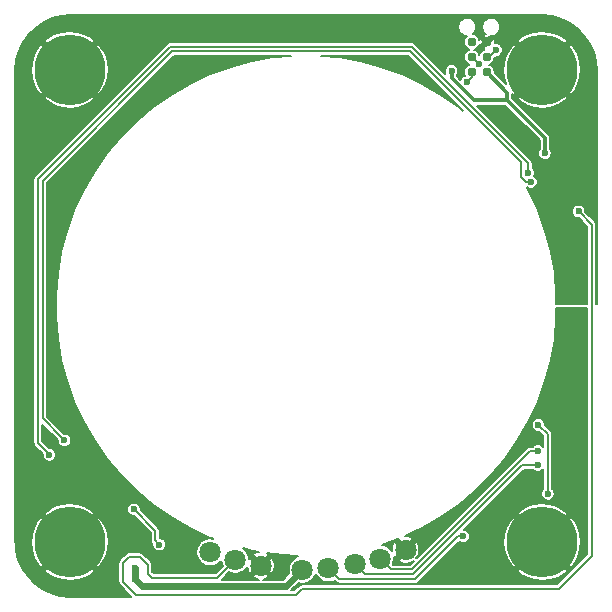
<source format=gtl>
G04 #@! TF.GenerationSoftware,KiCad,Pcbnew,5.1.5+dfsg1-2build2*
G04 #@! TF.CreationDate,2021-05-18T14:50:11+02:00*
G04 #@! TF.ProjectId,lensmount-v1.0,6c656e73-6d6f-4756-9e74-2d76312e302e,rev?*
G04 #@! TF.SameCoordinates,Original*
G04 #@! TF.FileFunction,Copper,L1,Top*
G04 #@! TF.FilePolarity,Positive*
%FSLAX46Y46*%
G04 Gerber Fmt 4.6, Leading zero omitted, Abs format (unit mm)*
G04 Created by KiCad (PCBNEW 5.1.5+dfsg1-2build2) date 2021-05-18 14:50:11*
%MOMM*%
%LPD*%
G04 APERTURE LIST*
%ADD10C,0.800000*%
%ADD11C,6.000000*%
%ADD12C,0.784860*%
%ADD13C,1.800000*%
%ADD14C,0.600000*%
%ADD15C,0.300000*%
%ADD16C,0.200000*%
%ADD17C,0.600000*%
%ADD18C,0.154000*%
G04 APERTURE END LIST*
D10*
X121590990Y-118409010D03*
X120000000Y-117750000D03*
X118409010Y-118409010D03*
X117750000Y-120000000D03*
X118409010Y-121590990D03*
X120000000Y-122250000D03*
X121590990Y-121590990D03*
X122250000Y-120000000D03*
D11*
X120000000Y-120000000D03*
D10*
X121590990Y-78409010D03*
X120000000Y-77750000D03*
X118409010Y-78409010D03*
X117750000Y-80000000D03*
X118409010Y-81590990D03*
X120000000Y-82250000D03*
X121590990Y-81590990D03*
X122250000Y-80000000D03*
D11*
X120000000Y-80000000D03*
D10*
X81590990Y-118409010D03*
X80000000Y-117750000D03*
X78409010Y-118409010D03*
X77750000Y-120000000D03*
X78409010Y-121590990D03*
X80000000Y-122250000D03*
X81590990Y-121590990D03*
X82250000Y-120000000D03*
D11*
X80000000Y-120000000D03*
D10*
X81590990Y-78409010D03*
X80000000Y-77750000D03*
X78409010Y-78409010D03*
X77750000Y-80000000D03*
X78409010Y-81590990D03*
X80000000Y-82250000D03*
X81590990Y-81590990D03*
X82250000Y-80000000D03*
D11*
X80000000Y-80000000D03*
D12*
X114040000Y-77655000D03*
X115310000Y-77655000D03*
X114040000Y-78925000D03*
X115310000Y-78925000D03*
X114040000Y-80195000D03*
X115310000Y-80195000D03*
D13*
X101900000Y-122200000D03*
X104125000Y-121875000D03*
X99700000Y-122325000D03*
X106275000Y-121400000D03*
X96175000Y-122000000D03*
X108425000Y-120650000D03*
X94000000Y-121500000D03*
X91900000Y-120850000D03*
D14*
X91875000Y-77350000D03*
X91950000Y-79775000D03*
X85425000Y-83925000D03*
X84425000Y-84550000D03*
X84925000Y-83150000D03*
X90225000Y-121450000D03*
X91975000Y-122400000D03*
X88200000Y-122125000D03*
X90125000Y-122375000D03*
X84450000Y-80825000D03*
X103750000Y-77375000D03*
X105975000Y-75850000D03*
X105600000Y-79225000D03*
X109775000Y-76975000D03*
X112325000Y-76600000D03*
X119350000Y-90350000D03*
X121175000Y-87375000D03*
X121450000Y-86025000D03*
X122875000Y-89875000D03*
X123075000Y-93225000D03*
X123100000Y-100775000D03*
X120800000Y-106825000D03*
X123050000Y-109525000D03*
X122575000Y-112875000D03*
X118125000Y-115350000D03*
X118375000Y-111275000D03*
X77600000Y-87600000D03*
X78800000Y-89600000D03*
X82000000Y-83600000D03*
X78600000Y-109000000D03*
X77200000Y-112800000D03*
X79600000Y-115600000D03*
X82200000Y-112800000D03*
X86200000Y-116600000D03*
X89200000Y-119000000D03*
X112325000Y-80100000D03*
X120225000Y-87074989D03*
X116100000Y-78325000D03*
X113300000Y-119500000D03*
X119625000Y-113475000D03*
X119625000Y-112275000D03*
X114624415Y-79496321D03*
X113600000Y-81075000D03*
X119674990Y-110075000D03*
X120475000Y-115900000D03*
X123075000Y-92000000D03*
X85500000Y-122150000D03*
X85500000Y-123100000D03*
X87575000Y-120200000D03*
X85425003Y-117224997D03*
X119050000Y-89500000D03*
X79550000Y-111375000D03*
X118800000Y-88725000D03*
X78275000Y-112600000D03*
D15*
X112325000Y-80725000D02*
X112325000Y-80100000D01*
X117050000Y-82600000D02*
X114200000Y-82600000D01*
X114200000Y-82600000D02*
X112325000Y-80725000D01*
X117050000Y-81935000D02*
X115310000Y-80195000D01*
X117050000Y-82600000D02*
X117050000Y-81935000D01*
X120225000Y-86650725D02*
X120225000Y-87074989D01*
X117050000Y-82600000D02*
X120225000Y-85775000D01*
X120225000Y-85775000D02*
X120225000Y-86650725D01*
D16*
X115500000Y-78925000D02*
X116100000Y-78325000D01*
X115310000Y-78925000D02*
X115500000Y-78925000D01*
X112875000Y-119500000D02*
X113300000Y-119500000D01*
X109250000Y-123125000D02*
X112875000Y-119500000D01*
X102825000Y-123125000D02*
X109250000Y-123125000D01*
X101900000Y-122200000D02*
X102825000Y-123125000D01*
X104125000Y-121875000D02*
X104974989Y-122724989D01*
X104974989Y-122724989D02*
X109075011Y-122724989D01*
X109075011Y-122724989D02*
X118325000Y-113475000D01*
X118325000Y-113475000D02*
X119200736Y-113475000D01*
X119200736Y-113475000D02*
X119625000Y-113475000D01*
X119200736Y-112275000D02*
X119625000Y-112275000D01*
X118959300Y-112275000D02*
X119200736Y-112275000D01*
X108934301Y-122299999D02*
X118959300Y-112275000D01*
X107174999Y-122299999D02*
X108934301Y-122299999D01*
X106275000Y-121400000D02*
X107174999Y-122299999D01*
X114611321Y-79496321D02*
X114040000Y-78925000D01*
X114624415Y-79496321D02*
X114611321Y-79496321D01*
X114040000Y-80635000D02*
X114040000Y-80195000D01*
X113600000Y-81075000D02*
X114040000Y-80635000D01*
X120475000Y-115475736D02*
X120475000Y-115900000D01*
X119674990Y-110075000D02*
X120475000Y-110875010D01*
X120475000Y-110875010D02*
X120475000Y-115475736D01*
X92500000Y-123000000D02*
X94000000Y-121500000D01*
X86950000Y-123000000D02*
X92500000Y-123000000D01*
X123075000Y-92000000D02*
X124190566Y-93115566D01*
X86600000Y-121900000D02*
X86600000Y-122650000D01*
X124190566Y-93115566D02*
X124190566Y-121159434D01*
X124190566Y-121159434D02*
X121400000Y-123950000D01*
X121400000Y-123950000D02*
X99650000Y-123950000D01*
X99650000Y-123950000D02*
X99150000Y-124450000D01*
X86600000Y-122650000D02*
X86950000Y-123000000D01*
X99150000Y-124450000D02*
X85600000Y-124450000D01*
X85600000Y-124450000D02*
X84500000Y-123350000D01*
X84500000Y-123350000D02*
X84500000Y-121725000D01*
X84500000Y-121725000D02*
X85000000Y-121225000D01*
X85000000Y-121225000D02*
X85925000Y-121225000D01*
X85925000Y-121225000D02*
X86600000Y-121900000D01*
D17*
X85799999Y-123399999D02*
X85500000Y-123100000D01*
X86150000Y-123750000D02*
X85799999Y-123399999D01*
X98275000Y-123750000D02*
X86150000Y-123750000D01*
X99700000Y-122325000D02*
X98275000Y-123750000D01*
X85500000Y-123100000D02*
X85500000Y-122150000D01*
D16*
X87225000Y-119024994D02*
X85425003Y-117224997D01*
X87225000Y-119850000D02*
X87225000Y-119024994D01*
X87575000Y-120200000D02*
X87225000Y-119850000D01*
X79250001Y-111075001D02*
X79550000Y-111375000D01*
X77700011Y-109525011D02*
X79250001Y-111075001D01*
X77700011Y-89415689D02*
X77700011Y-109525011D01*
X88665689Y-78450011D02*
X77700011Y-89415689D01*
X118193045Y-89067309D02*
X118193045Y-87843045D01*
X118625736Y-89500000D02*
X118193045Y-89067309D01*
X119050000Y-89500000D02*
X118625736Y-89500000D01*
X118193045Y-87843045D02*
X108800011Y-78450011D01*
X108800011Y-78450011D02*
X88665689Y-78450011D01*
X77975001Y-112300001D02*
X78275000Y-112600000D01*
X118800000Y-88725000D02*
X118800000Y-87884300D01*
X118800000Y-87884300D02*
X108965700Y-78050000D01*
X77300000Y-111625000D02*
X77975001Y-112300001D01*
X88500000Y-78050000D02*
X77300000Y-89250000D01*
X108965700Y-78050000D02*
X88500000Y-78050000D01*
X77300000Y-89250000D02*
X77300000Y-111625000D01*
D18*
G36*
X120814023Y-75475850D02*
G01*
X121602314Y-75691502D01*
X122339966Y-76043344D01*
X123003641Y-76520243D01*
X123572384Y-77107140D01*
X124028208Y-77785477D01*
X124356701Y-78533808D01*
X124548044Y-79330809D01*
X124598000Y-80011075D01*
X124598000Y-99823000D01*
X124567566Y-99823000D01*
X124567566Y-93134085D01*
X124569390Y-93115566D01*
X124562111Y-93041660D01*
X124540554Y-92970596D01*
X124505547Y-92905103D01*
X124470240Y-92862081D01*
X124470238Y-92862079D01*
X124458435Y-92847697D01*
X124444054Y-92835895D01*
X123652000Y-92043842D01*
X123652000Y-91943170D01*
X123629826Y-91831695D01*
X123586331Y-91726688D01*
X123523185Y-91632184D01*
X123442816Y-91551815D01*
X123348312Y-91488669D01*
X123243305Y-91445174D01*
X123131830Y-91423000D01*
X123018170Y-91423000D01*
X122906695Y-91445174D01*
X122801688Y-91488669D01*
X122707184Y-91551815D01*
X122626815Y-91632184D01*
X122563669Y-91726688D01*
X122520174Y-91831695D01*
X122498000Y-91943170D01*
X122498000Y-92056830D01*
X122520174Y-92168305D01*
X122563669Y-92273312D01*
X122626815Y-92367816D01*
X122707184Y-92448185D01*
X122801688Y-92511331D01*
X122906695Y-92554826D01*
X123018170Y-92577000D01*
X123118842Y-92577000D01*
X123813566Y-93271725D01*
X123813566Y-99823000D01*
X121201801Y-99823000D01*
X121201801Y-99074309D01*
X121040443Y-97229973D01*
X120718954Y-95406719D01*
X120239781Y-93618422D01*
X119606571Y-91878692D01*
X118824144Y-90200771D01*
X118673026Y-89939027D01*
X118682184Y-89948185D01*
X118776688Y-90011331D01*
X118881695Y-90054826D01*
X118993170Y-90077000D01*
X119106830Y-90077000D01*
X119218305Y-90054826D01*
X119323312Y-90011331D01*
X119417816Y-89948185D01*
X119498185Y-89867816D01*
X119561331Y-89773312D01*
X119604826Y-89668305D01*
X119627000Y-89556830D01*
X119627000Y-89443170D01*
X119604826Y-89331695D01*
X119561331Y-89226688D01*
X119498185Y-89132184D01*
X119417816Y-89051815D01*
X119323312Y-88988669D01*
X119316495Y-88985845D01*
X119354826Y-88893305D01*
X119377000Y-88781830D01*
X119377000Y-88668170D01*
X119354826Y-88556695D01*
X119311331Y-88451688D01*
X119248185Y-88357184D01*
X119177000Y-88285999D01*
X119177000Y-87902808D01*
X119178823Y-87884299D01*
X119177000Y-87865790D01*
X119177000Y-87865781D01*
X119171545Y-87810395D01*
X119149988Y-87739330D01*
X119114981Y-87673837D01*
X119067869Y-87616431D01*
X119053481Y-87604623D01*
X114475858Y-83027000D01*
X116873132Y-83027000D01*
X119798000Y-85951869D01*
X119798001Y-86629738D01*
X119798000Y-86629748D01*
X119798000Y-86685988D01*
X119776815Y-86707173D01*
X119713669Y-86801677D01*
X119670174Y-86906684D01*
X119648000Y-87018159D01*
X119648000Y-87131819D01*
X119670174Y-87243294D01*
X119713669Y-87348301D01*
X119776815Y-87442805D01*
X119857184Y-87523174D01*
X119951688Y-87586320D01*
X120056695Y-87629815D01*
X120168170Y-87651989D01*
X120281830Y-87651989D01*
X120393305Y-87629815D01*
X120498312Y-87586320D01*
X120592816Y-87523174D01*
X120673185Y-87442805D01*
X120736331Y-87348301D01*
X120779826Y-87243294D01*
X120802000Y-87131819D01*
X120802000Y-87018159D01*
X120779826Y-86906684D01*
X120736331Y-86801677D01*
X120673185Y-86707173D01*
X120652000Y-86685988D01*
X120652000Y-85795966D01*
X120654065Y-85774999D01*
X120652000Y-85754032D01*
X120652000Y-85754022D01*
X120645822Y-85691293D01*
X120621405Y-85610804D01*
X120581756Y-85536625D01*
X120581755Y-85536623D01*
X120541768Y-85487899D01*
X120541764Y-85487895D01*
X120528395Y-85471605D01*
X120512106Y-85458237D01*
X117477000Y-82423132D01*
X117477000Y-82398478D01*
X117846181Y-82398478D01*
X118207141Y-82761984D01*
X118780427Y-83058682D01*
X119400581Y-83237837D01*
X120043769Y-83292564D01*
X120685276Y-83220760D01*
X121300447Y-83025182D01*
X121792859Y-82761984D01*
X122153819Y-82398478D01*
X120000000Y-80244659D01*
X117846181Y-82398478D01*
X117477000Y-82398478D01*
X117477000Y-82030169D01*
X117601522Y-82153819D01*
X119755341Y-80000000D01*
X120244659Y-80000000D01*
X122398478Y-82153819D01*
X122761984Y-81792859D01*
X123058682Y-81219573D01*
X123237837Y-80599419D01*
X123292564Y-79956231D01*
X123220760Y-79314724D01*
X123025182Y-78699553D01*
X122761984Y-78207141D01*
X122398478Y-77846181D01*
X120244659Y-80000000D01*
X119755341Y-80000000D01*
X117601522Y-77846181D01*
X117238016Y-78207141D01*
X116941318Y-78780427D01*
X116762163Y-79400581D01*
X116707436Y-80043769D01*
X116779240Y-80685276D01*
X116954077Y-81235208D01*
X115979430Y-80260562D01*
X115979430Y-80129067D01*
X115953704Y-79999734D01*
X115903241Y-79877906D01*
X115829980Y-79768263D01*
X115736737Y-79675020D01*
X115627094Y-79601759D01*
X115526279Y-79560000D01*
X115627094Y-79518241D01*
X115736737Y-79444980D01*
X115829980Y-79351737D01*
X115903241Y-79242094D01*
X115953704Y-79120266D01*
X115979430Y-78990933D01*
X115979430Y-78978728D01*
X116056158Y-78902000D01*
X116156830Y-78902000D01*
X116268305Y-78879826D01*
X116373312Y-78836331D01*
X116467816Y-78773185D01*
X116548185Y-78692816D01*
X116611331Y-78598312D01*
X116654826Y-78493305D01*
X116677000Y-78381830D01*
X116677000Y-78268170D01*
X116654826Y-78156695D01*
X116611331Y-78051688D01*
X116548185Y-77957184D01*
X116467816Y-77876815D01*
X116373312Y-77813669D01*
X116268305Y-77770174D01*
X116156830Y-77748000D01*
X116043170Y-77748000D01*
X115973362Y-77761886D01*
X115982468Y-77638529D01*
X115977906Y-77601522D01*
X117846181Y-77601522D01*
X120000000Y-79755341D01*
X122153819Y-77601522D01*
X121792859Y-77238016D01*
X121219573Y-76941318D01*
X120599419Y-76762163D01*
X119956231Y-76707436D01*
X119314724Y-76779240D01*
X118699553Y-76974818D01*
X118207141Y-77238016D01*
X117846181Y-77601522D01*
X115977906Y-77601522D01*
X115966333Y-77507654D01*
X115937582Y-77412875D01*
X115841099Y-77368560D01*
X115554659Y-77655000D01*
X115568801Y-77669142D01*
X115324142Y-77913801D01*
X115310000Y-77899659D01*
X115023560Y-78186099D01*
X115067875Y-78282582D01*
X115094103Y-78289842D01*
X114992906Y-78331759D01*
X114883263Y-78405020D01*
X114790020Y-78498263D01*
X114716759Y-78607906D01*
X114675000Y-78708721D01*
X114633241Y-78607906D01*
X114559980Y-78498263D01*
X114466737Y-78405020D01*
X114357094Y-78331759D01*
X114256279Y-78290000D01*
X114357094Y-78248241D01*
X114466737Y-78174980D01*
X114559980Y-78081737D01*
X114633241Y-77972094D01*
X114674756Y-77871868D01*
X114682418Y-77897125D01*
X114778901Y-77941440D01*
X115065341Y-77655000D01*
X114778901Y-77368560D01*
X114682418Y-77412875D01*
X114675158Y-77439103D01*
X114633241Y-77337906D01*
X114559980Y-77228263D01*
X114466737Y-77135020D01*
X114357094Y-77061759D01*
X114235266Y-77011296D01*
X114136590Y-76991668D01*
X114149694Y-76982912D01*
X114256912Y-76875694D01*
X114341153Y-76749618D01*
X114399179Y-76609531D01*
X114428760Y-76460815D01*
X114428760Y-76309185D01*
X114921240Y-76309185D01*
X114921240Y-76460815D01*
X114950821Y-76609531D01*
X115008847Y-76749618D01*
X115093088Y-76875694D01*
X115200306Y-76982912D01*
X115214347Y-76992294D01*
X115162654Y-76998667D01*
X115067875Y-77027418D01*
X115023560Y-77123901D01*
X115310000Y-77410341D01*
X115573811Y-77146530D01*
X115615185Y-77154760D01*
X115766815Y-77154760D01*
X115915531Y-77125179D01*
X116055618Y-77067153D01*
X116181694Y-76982912D01*
X116288912Y-76875694D01*
X116373153Y-76749618D01*
X116431179Y-76609531D01*
X116460760Y-76460815D01*
X116460760Y-76309185D01*
X116431179Y-76160469D01*
X116373153Y-76020382D01*
X116288912Y-75894306D01*
X116181694Y-75787088D01*
X116055618Y-75702847D01*
X115915531Y-75644821D01*
X115766815Y-75615240D01*
X115615185Y-75615240D01*
X115466469Y-75644821D01*
X115326382Y-75702847D01*
X115200306Y-75787088D01*
X115093088Y-75894306D01*
X115008847Y-76020382D01*
X114950821Y-76160469D01*
X114921240Y-76309185D01*
X114428760Y-76309185D01*
X114399179Y-76160469D01*
X114341153Y-76020382D01*
X114256912Y-75894306D01*
X114149694Y-75787088D01*
X114023618Y-75702847D01*
X113883531Y-75644821D01*
X113734815Y-75615240D01*
X113583185Y-75615240D01*
X113434469Y-75644821D01*
X113294382Y-75702847D01*
X113168306Y-75787088D01*
X113061088Y-75894306D01*
X112976847Y-76020382D01*
X112918821Y-76160469D01*
X112889240Y-76309185D01*
X112889240Y-76460815D01*
X112918821Y-76609531D01*
X112976847Y-76749618D01*
X113061088Y-76875694D01*
X113168306Y-76982912D01*
X113294382Y-77067153D01*
X113434469Y-77125179D01*
X113583185Y-77154760D01*
X113593523Y-77154760D01*
X113520020Y-77228263D01*
X113446759Y-77337906D01*
X113396296Y-77459734D01*
X113370570Y-77589067D01*
X113370570Y-77720933D01*
X113396296Y-77850266D01*
X113446759Y-77972094D01*
X113520020Y-78081737D01*
X113613263Y-78174980D01*
X113722906Y-78248241D01*
X113823721Y-78290000D01*
X113722906Y-78331759D01*
X113613263Y-78405020D01*
X113520020Y-78498263D01*
X113446759Y-78607906D01*
X113396296Y-78729734D01*
X113370570Y-78859067D01*
X113370570Y-78990933D01*
X113396296Y-79120266D01*
X113446759Y-79242094D01*
X113520020Y-79351737D01*
X113613263Y-79444980D01*
X113722906Y-79518241D01*
X113823721Y-79560000D01*
X113722906Y-79601759D01*
X113613263Y-79675020D01*
X113520020Y-79768263D01*
X113446759Y-79877906D01*
X113396296Y-79999734D01*
X113370570Y-80129067D01*
X113370570Y-80260933D01*
X113396296Y-80390266D01*
X113446759Y-80512094D01*
X113449757Y-80516581D01*
X113431695Y-80520174D01*
X113326688Y-80563669D01*
X113232184Y-80626815D01*
X113151815Y-80707184D01*
X113088669Y-80801688D01*
X113064326Y-80860458D01*
X112752000Y-80548132D01*
X112752000Y-80489001D01*
X112773185Y-80467816D01*
X112836331Y-80373312D01*
X112879826Y-80268305D01*
X112902000Y-80156830D01*
X112902000Y-80043170D01*
X112879826Y-79931695D01*
X112836331Y-79826688D01*
X112773185Y-79732184D01*
X112692816Y-79651815D01*
X112598312Y-79588669D01*
X112493305Y-79545174D01*
X112381830Y-79523000D01*
X112268170Y-79523000D01*
X112156695Y-79545174D01*
X112051688Y-79588669D01*
X111957184Y-79651815D01*
X111876815Y-79732184D01*
X111813669Y-79826688D01*
X111770174Y-79931695D01*
X111748000Y-80043170D01*
X111748000Y-80156830D01*
X111770174Y-80268305D01*
X111807658Y-80358800D01*
X109245377Y-77796519D01*
X109233569Y-77782131D01*
X109176163Y-77735019D01*
X109110670Y-77700012D01*
X109039605Y-77678455D01*
X108984219Y-77673000D01*
X108984212Y-77673000D01*
X108965700Y-77671177D01*
X108947188Y-77673000D01*
X88518519Y-77673000D01*
X88500000Y-77671176D01*
X88426094Y-77678455D01*
X88414652Y-77681926D01*
X88355030Y-77700012D01*
X88289537Y-77735019D01*
X88289535Y-77735020D01*
X88289536Y-77735020D01*
X88246701Y-77770174D01*
X88232131Y-77782131D01*
X88220328Y-77796513D01*
X77046519Y-88970323D01*
X77032131Y-88982131D01*
X76985019Y-89039538D01*
X76960277Y-89085827D01*
X76950012Y-89105031D01*
X76932669Y-89162205D01*
X76928455Y-89176096D01*
X76923000Y-89231482D01*
X76923000Y-89231488D01*
X76921177Y-89250000D01*
X76923000Y-89268512D01*
X76923001Y-111606478D01*
X76921177Y-111625000D01*
X76928455Y-111698905D01*
X76950012Y-111769969D01*
X76985020Y-111835463D01*
X77020326Y-111878484D01*
X77020329Y-111878487D01*
X77032132Y-111892869D01*
X77046514Y-111904672D01*
X77698000Y-112556159D01*
X77698000Y-112656830D01*
X77720174Y-112768305D01*
X77763669Y-112873312D01*
X77826815Y-112967816D01*
X77907184Y-113048185D01*
X78001688Y-113111331D01*
X78106695Y-113154826D01*
X78218170Y-113177000D01*
X78331830Y-113177000D01*
X78443305Y-113154826D01*
X78548312Y-113111331D01*
X78642816Y-113048185D01*
X78723185Y-112967816D01*
X78786331Y-112873312D01*
X78829826Y-112768305D01*
X78852000Y-112656830D01*
X78852000Y-112543170D01*
X78829826Y-112431695D01*
X78786331Y-112326688D01*
X78723185Y-112232184D01*
X78642816Y-112151815D01*
X78548312Y-112088669D01*
X78443305Y-112045174D01*
X78331830Y-112023000D01*
X78231159Y-112023000D01*
X77677000Y-111468842D01*
X77677000Y-110035158D01*
X78973000Y-111331159D01*
X78973000Y-111431830D01*
X78995174Y-111543305D01*
X79038669Y-111648312D01*
X79101815Y-111742816D01*
X79182184Y-111823185D01*
X79276688Y-111886331D01*
X79381695Y-111929826D01*
X79493170Y-111952000D01*
X79606830Y-111952000D01*
X79718305Y-111929826D01*
X79823312Y-111886331D01*
X79917816Y-111823185D01*
X79998185Y-111742816D01*
X80061331Y-111648312D01*
X80104826Y-111543305D01*
X80127000Y-111431830D01*
X80127000Y-111318170D01*
X80104826Y-111206695D01*
X80061331Y-111101688D01*
X79998185Y-111007184D01*
X79917816Y-110926815D01*
X79823312Y-110863669D01*
X79718305Y-110820174D01*
X79606830Y-110798000D01*
X79506159Y-110798000D01*
X78077011Y-109368853D01*
X78077011Y-89571847D01*
X88821848Y-78827011D01*
X98744985Y-78827011D01*
X97229973Y-78959557D01*
X95406719Y-79281046D01*
X93618422Y-79760219D01*
X91878692Y-80393429D01*
X90200771Y-81175856D01*
X88597428Y-82101547D01*
X87080865Y-83163455D01*
X85662625Y-84353500D01*
X84353500Y-85662625D01*
X83163455Y-87080865D01*
X82101547Y-88597428D01*
X81175856Y-90200771D01*
X80393429Y-91878692D01*
X79760219Y-93618422D01*
X79281046Y-95406719D01*
X78959557Y-97229973D01*
X78798199Y-99074309D01*
X78798199Y-100925691D01*
X78959557Y-102770027D01*
X79281046Y-104593281D01*
X79760219Y-106381578D01*
X80393429Y-108121308D01*
X81175856Y-109799229D01*
X82101547Y-111402572D01*
X83163455Y-112919135D01*
X84353500Y-114337375D01*
X85662625Y-115646500D01*
X87080865Y-116836545D01*
X88597428Y-117898453D01*
X90200771Y-118824144D01*
X91878692Y-119606571D01*
X92115770Y-119692860D01*
X92015924Y-119673000D01*
X91784076Y-119673000D01*
X91556682Y-119718231D01*
X91342481Y-119806956D01*
X91149706Y-119935764D01*
X90985764Y-120099706D01*
X90856956Y-120292481D01*
X90768231Y-120506682D01*
X90723000Y-120734076D01*
X90723000Y-120965924D01*
X90768231Y-121193318D01*
X90856956Y-121407519D01*
X90985764Y-121600294D01*
X91149706Y-121764236D01*
X91342481Y-121893044D01*
X91556682Y-121981769D01*
X91784076Y-122027000D01*
X92015924Y-122027000D01*
X92243318Y-121981769D01*
X92457519Y-121893044D01*
X92650294Y-121764236D01*
X92814236Y-121600294D01*
X92823000Y-121587178D01*
X92823000Y-121615924D01*
X92868231Y-121843318D01*
X92943005Y-122023837D01*
X92343842Y-122623000D01*
X87106159Y-122623000D01*
X86977000Y-122493842D01*
X86977000Y-121918508D01*
X86978823Y-121899999D01*
X86977000Y-121881490D01*
X86977000Y-121881481D01*
X86971545Y-121826095D01*
X86949988Y-121755030D01*
X86914981Y-121689537D01*
X86883930Y-121651701D01*
X86879674Y-121646515D01*
X86879672Y-121646513D01*
X86867869Y-121632131D01*
X86853488Y-121620329D01*
X86204677Y-120971519D01*
X86192869Y-120957131D01*
X86135463Y-120910019D01*
X86069970Y-120875012D01*
X85998905Y-120853455D01*
X85943519Y-120848000D01*
X85943512Y-120848000D01*
X85925000Y-120846177D01*
X85906488Y-120848000D01*
X85018519Y-120848000D01*
X85000000Y-120846176D01*
X84926094Y-120853455D01*
X84866634Y-120871492D01*
X84855030Y-120875012D01*
X84789537Y-120910019D01*
X84732131Y-120957131D01*
X84720328Y-120971513D01*
X84246514Y-121445328D01*
X84232132Y-121457131D01*
X84220329Y-121471513D01*
X84220326Y-121471516D01*
X84185020Y-121514537D01*
X84150012Y-121580031D01*
X84128455Y-121651095D01*
X84121177Y-121725000D01*
X84123001Y-121743522D01*
X84123000Y-123331488D01*
X84121177Y-123350000D01*
X84123000Y-123368512D01*
X84123000Y-123368518D01*
X84126101Y-123399999D01*
X84128455Y-123423905D01*
X84138424Y-123456769D01*
X84150012Y-123494969D01*
X84185019Y-123560462D01*
X84232131Y-123617869D01*
X84246519Y-123629677D01*
X85214841Y-124598000D01*
X80013435Y-124598000D01*
X79185977Y-124524151D01*
X78397688Y-124308500D01*
X77660037Y-123956658D01*
X76996359Y-123479758D01*
X76427616Y-122892861D01*
X76095405Y-122398478D01*
X77846181Y-122398478D01*
X78207141Y-122761984D01*
X78780427Y-123058682D01*
X79400581Y-123237837D01*
X80043769Y-123292564D01*
X80685276Y-123220760D01*
X81300447Y-123025182D01*
X81792859Y-122761984D01*
X82153819Y-122398478D01*
X80000000Y-120244659D01*
X77846181Y-122398478D01*
X76095405Y-122398478D01*
X75971792Y-122214523D01*
X75643300Y-121466196D01*
X75451956Y-120669191D01*
X75406028Y-120043769D01*
X76707436Y-120043769D01*
X76779240Y-120685276D01*
X76974818Y-121300447D01*
X77238016Y-121792859D01*
X77601522Y-122153819D01*
X79755341Y-120000000D01*
X80244659Y-120000000D01*
X82398478Y-122153819D01*
X82761984Y-121792859D01*
X83058682Y-121219573D01*
X83237837Y-120599419D01*
X83292564Y-119956231D01*
X83220760Y-119314724D01*
X83025182Y-118699553D01*
X82761984Y-118207141D01*
X82398478Y-117846181D01*
X80244659Y-120000000D01*
X79755341Y-120000000D01*
X77601522Y-117846181D01*
X77238016Y-118207141D01*
X76941318Y-118780427D01*
X76762163Y-119400581D01*
X76707436Y-120043769D01*
X75406028Y-120043769D01*
X75402000Y-119988926D01*
X75402000Y-117601522D01*
X77846181Y-117601522D01*
X80000000Y-119755341D01*
X82153819Y-117601522D01*
X81792859Y-117238016D01*
X81657896Y-117168167D01*
X84848003Y-117168167D01*
X84848003Y-117281827D01*
X84870177Y-117393302D01*
X84913672Y-117498309D01*
X84976818Y-117592813D01*
X85057187Y-117673182D01*
X85151691Y-117736328D01*
X85256698Y-117779823D01*
X85368173Y-117801997D01*
X85468845Y-117801997D01*
X86848001Y-119181154D01*
X86848000Y-119831488D01*
X86846177Y-119850000D01*
X86848000Y-119868512D01*
X86848000Y-119868518D01*
X86852698Y-119916221D01*
X86853455Y-119923905D01*
X86857961Y-119938758D01*
X86875012Y-119994969D01*
X86910019Y-120060462D01*
X86957131Y-120117869D01*
X86971518Y-120129676D01*
X86998000Y-120156158D01*
X86998000Y-120256830D01*
X87020174Y-120368305D01*
X87063669Y-120473312D01*
X87126815Y-120567816D01*
X87207184Y-120648185D01*
X87301688Y-120711331D01*
X87406695Y-120754826D01*
X87518170Y-120777000D01*
X87631830Y-120777000D01*
X87743305Y-120754826D01*
X87848312Y-120711331D01*
X87942816Y-120648185D01*
X88023185Y-120567816D01*
X88086331Y-120473312D01*
X88129826Y-120368305D01*
X88152000Y-120256830D01*
X88152000Y-120143170D01*
X88129826Y-120031695D01*
X88086331Y-119926688D01*
X88023185Y-119832184D01*
X87942816Y-119751815D01*
X87848312Y-119688669D01*
X87743305Y-119645174D01*
X87631830Y-119623000D01*
X87602000Y-119623000D01*
X87602000Y-119043502D01*
X87603823Y-119024993D01*
X87602000Y-119006484D01*
X87602000Y-119006475D01*
X87596545Y-118951089D01*
X87574988Y-118880024D01*
X87539981Y-118814531D01*
X87492869Y-118757125D01*
X87478487Y-118745322D01*
X86002003Y-117268839D01*
X86002003Y-117168167D01*
X85979829Y-117056692D01*
X85936334Y-116951685D01*
X85873188Y-116857181D01*
X85792819Y-116776812D01*
X85698315Y-116713666D01*
X85593308Y-116670171D01*
X85481833Y-116647997D01*
X85368173Y-116647997D01*
X85256698Y-116670171D01*
X85151691Y-116713666D01*
X85057187Y-116776812D01*
X84976818Y-116857181D01*
X84913672Y-116951685D01*
X84870177Y-117056692D01*
X84848003Y-117168167D01*
X81657896Y-117168167D01*
X81219573Y-116941318D01*
X80599419Y-116762163D01*
X79956231Y-116707436D01*
X79314724Y-116779240D01*
X78699553Y-116974818D01*
X78207141Y-117238016D01*
X77846181Y-117601522D01*
X75402000Y-117601522D01*
X75402000Y-82398478D01*
X77846181Y-82398478D01*
X78207141Y-82761984D01*
X78780427Y-83058682D01*
X79400581Y-83237837D01*
X80043769Y-83292564D01*
X80685276Y-83220760D01*
X81300447Y-83025182D01*
X81792859Y-82761984D01*
X82153819Y-82398478D01*
X80000000Y-80244659D01*
X77846181Y-82398478D01*
X75402000Y-82398478D01*
X75402000Y-80043769D01*
X76707436Y-80043769D01*
X76779240Y-80685276D01*
X76974818Y-81300447D01*
X77238016Y-81792859D01*
X77601522Y-82153819D01*
X79755341Y-80000000D01*
X80244659Y-80000000D01*
X82398478Y-82153819D01*
X82761984Y-81792859D01*
X83058682Y-81219573D01*
X83237837Y-80599419D01*
X83292564Y-79956231D01*
X83220760Y-79314724D01*
X83025182Y-78699553D01*
X82761984Y-78207141D01*
X82398478Y-77846181D01*
X80244659Y-80000000D01*
X79755341Y-80000000D01*
X77601522Y-77846181D01*
X77238016Y-78207141D01*
X76941318Y-78780427D01*
X76762163Y-79400581D01*
X76707436Y-80043769D01*
X75402000Y-80043769D01*
X75402000Y-80013445D01*
X75475850Y-79185977D01*
X75691502Y-78397686D01*
X76043344Y-77660034D01*
X76085389Y-77601522D01*
X77846181Y-77601522D01*
X80000000Y-79755341D01*
X82153819Y-77601522D01*
X81792859Y-77238016D01*
X81219573Y-76941318D01*
X80599419Y-76762163D01*
X79956231Y-76707436D01*
X79314724Y-76779240D01*
X78699553Y-76974818D01*
X78207141Y-77238016D01*
X77846181Y-77601522D01*
X76085389Y-77601522D01*
X76520243Y-76996359D01*
X77107140Y-76427616D01*
X77785477Y-75971792D01*
X78533808Y-75643299D01*
X79330809Y-75451956D01*
X80011075Y-75402000D01*
X119986555Y-75402000D01*
X120814023Y-75475850D01*
G37*
X120814023Y-75475850D02*
X121602314Y-75691502D01*
X122339966Y-76043344D01*
X123003641Y-76520243D01*
X123572384Y-77107140D01*
X124028208Y-77785477D01*
X124356701Y-78533808D01*
X124548044Y-79330809D01*
X124598000Y-80011075D01*
X124598000Y-99823000D01*
X124567566Y-99823000D01*
X124567566Y-93134085D01*
X124569390Y-93115566D01*
X124562111Y-93041660D01*
X124540554Y-92970596D01*
X124505547Y-92905103D01*
X124470240Y-92862081D01*
X124470238Y-92862079D01*
X124458435Y-92847697D01*
X124444054Y-92835895D01*
X123652000Y-92043842D01*
X123652000Y-91943170D01*
X123629826Y-91831695D01*
X123586331Y-91726688D01*
X123523185Y-91632184D01*
X123442816Y-91551815D01*
X123348312Y-91488669D01*
X123243305Y-91445174D01*
X123131830Y-91423000D01*
X123018170Y-91423000D01*
X122906695Y-91445174D01*
X122801688Y-91488669D01*
X122707184Y-91551815D01*
X122626815Y-91632184D01*
X122563669Y-91726688D01*
X122520174Y-91831695D01*
X122498000Y-91943170D01*
X122498000Y-92056830D01*
X122520174Y-92168305D01*
X122563669Y-92273312D01*
X122626815Y-92367816D01*
X122707184Y-92448185D01*
X122801688Y-92511331D01*
X122906695Y-92554826D01*
X123018170Y-92577000D01*
X123118842Y-92577000D01*
X123813566Y-93271725D01*
X123813566Y-99823000D01*
X121201801Y-99823000D01*
X121201801Y-99074309D01*
X121040443Y-97229973D01*
X120718954Y-95406719D01*
X120239781Y-93618422D01*
X119606571Y-91878692D01*
X118824144Y-90200771D01*
X118673026Y-89939027D01*
X118682184Y-89948185D01*
X118776688Y-90011331D01*
X118881695Y-90054826D01*
X118993170Y-90077000D01*
X119106830Y-90077000D01*
X119218305Y-90054826D01*
X119323312Y-90011331D01*
X119417816Y-89948185D01*
X119498185Y-89867816D01*
X119561331Y-89773312D01*
X119604826Y-89668305D01*
X119627000Y-89556830D01*
X119627000Y-89443170D01*
X119604826Y-89331695D01*
X119561331Y-89226688D01*
X119498185Y-89132184D01*
X119417816Y-89051815D01*
X119323312Y-88988669D01*
X119316495Y-88985845D01*
X119354826Y-88893305D01*
X119377000Y-88781830D01*
X119377000Y-88668170D01*
X119354826Y-88556695D01*
X119311331Y-88451688D01*
X119248185Y-88357184D01*
X119177000Y-88285999D01*
X119177000Y-87902808D01*
X119178823Y-87884299D01*
X119177000Y-87865790D01*
X119177000Y-87865781D01*
X119171545Y-87810395D01*
X119149988Y-87739330D01*
X119114981Y-87673837D01*
X119067869Y-87616431D01*
X119053481Y-87604623D01*
X114475858Y-83027000D01*
X116873132Y-83027000D01*
X119798000Y-85951869D01*
X119798001Y-86629738D01*
X119798000Y-86629748D01*
X119798000Y-86685988D01*
X119776815Y-86707173D01*
X119713669Y-86801677D01*
X119670174Y-86906684D01*
X119648000Y-87018159D01*
X119648000Y-87131819D01*
X119670174Y-87243294D01*
X119713669Y-87348301D01*
X119776815Y-87442805D01*
X119857184Y-87523174D01*
X119951688Y-87586320D01*
X120056695Y-87629815D01*
X120168170Y-87651989D01*
X120281830Y-87651989D01*
X120393305Y-87629815D01*
X120498312Y-87586320D01*
X120592816Y-87523174D01*
X120673185Y-87442805D01*
X120736331Y-87348301D01*
X120779826Y-87243294D01*
X120802000Y-87131819D01*
X120802000Y-87018159D01*
X120779826Y-86906684D01*
X120736331Y-86801677D01*
X120673185Y-86707173D01*
X120652000Y-86685988D01*
X120652000Y-85795966D01*
X120654065Y-85774999D01*
X120652000Y-85754032D01*
X120652000Y-85754022D01*
X120645822Y-85691293D01*
X120621405Y-85610804D01*
X120581756Y-85536625D01*
X120581755Y-85536623D01*
X120541768Y-85487899D01*
X120541764Y-85487895D01*
X120528395Y-85471605D01*
X120512106Y-85458237D01*
X117477000Y-82423132D01*
X117477000Y-82398478D01*
X117846181Y-82398478D01*
X118207141Y-82761984D01*
X118780427Y-83058682D01*
X119400581Y-83237837D01*
X120043769Y-83292564D01*
X120685276Y-83220760D01*
X121300447Y-83025182D01*
X121792859Y-82761984D01*
X122153819Y-82398478D01*
X120000000Y-80244659D01*
X117846181Y-82398478D01*
X117477000Y-82398478D01*
X117477000Y-82030169D01*
X117601522Y-82153819D01*
X119755341Y-80000000D01*
X120244659Y-80000000D01*
X122398478Y-82153819D01*
X122761984Y-81792859D01*
X123058682Y-81219573D01*
X123237837Y-80599419D01*
X123292564Y-79956231D01*
X123220760Y-79314724D01*
X123025182Y-78699553D01*
X122761984Y-78207141D01*
X122398478Y-77846181D01*
X120244659Y-80000000D01*
X119755341Y-80000000D01*
X117601522Y-77846181D01*
X117238016Y-78207141D01*
X116941318Y-78780427D01*
X116762163Y-79400581D01*
X116707436Y-80043769D01*
X116779240Y-80685276D01*
X116954077Y-81235208D01*
X115979430Y-80260562D01*
X115979430Y-80129067D01*
X115953704Y-79999734D01*
X115903241Y-79877906D01*
X115829980Y-79768263D01*
X115736737Y-79675020D01*
X115627094Y-79601759D01*
X115526279Y-79560000D01*
X115627094Y-79518241D01*
X115736737Y-79444980D01*
X115829980Y-79351737D01*
X115903241Y-79242094D01*
X115953704Y-79120266D01*
X115979430Y-78990933D01*
X115979430Y-78978728D01*
X116056158Y-78902000D01*
X116156830Y-78902000D01*
X116268305Y-78879826D01*
X116373312Y-78836331D01*
X116467816Y-78773185D01*
X116548185Y-78692816D01*
X116611331Y-78598312D01*
X116654826Y-78493305D01*
X116677000Y-78381830D01*
X116677000Y-78268170D01*
X116654826Y-78156695D01*
X116611331Y-78051688D01*
X116548185Y-77957184D01*
X116467816Y-77876815D01*
X116373312Y-77813669D01*
X116268305Y-77770174D01*
X116156830Y-77748000D01*
X116043170Y-77748000D01*
X115973362Y-77761886D01*
X115982468Y-77638529D01*
X115977906Y-77601522D01*
X117846181Y-77601522D01*
X120000000Y-79755341D01*
X122153819Y-77601522D01*
X121792859Y-77238016D01*
X121219573Y-76941318D01*
X120599419Y-76762163D01*
X119956231Y-76707436D01*
X119314724Y-76779240D01*
X118699553Y-76974818D01*
X118207141Y-77238016D01*
X117846181Y-77601522D01*
X115977906Y-77601522D01*
X115966333Y-77507654D01*
X115937582Y-77412875D01*
X115841099Y-77368560D01*
X115554659Y-77655000D01*
X115568801Y-77669142D01*
X115324142Y-77913801D01*
X115310000Y-77899659D01*
X115023560Y-78186099D01*
X115067875Y-78282582D01*
X115094103Y-78289842D01*
X114992906Y-78331759D01*
X114883263Y-78405020D01*
X114790020Y-78498263D01*
X114716759Y-78607906D01*
X114675000Y-78708721D01*
X114633241Y-78607906D01*
X114559980Y-78498263D01*
X114466737Y-78405020D01*
X114357094Y-78331759D01*
X114256279Y-78290000D01*
X114357094Y-78248241D01*
X114466737Y-78174980D01*
X114559980Y-78081737D01*
X114633241Y-77972094D01*
X114674756Y-77871868D01*
X114682418Y-77897125D01*
X114778901Y-77941440D01*
X115065341Y-77655000D01*
X114778901Y-77368560D01*
X114682418Y-77412875D01*
X114675158Y-77439103D01*
X114633241Y-77337906D01*
X114559980Y-77228263D01*
X114466737Y-77135020D01*
X114357094Y-77061759D01*
X114235266Y-77011296D01*
X114136590Y-76991668D01*
X114149694Y-76982912D01*
X114256912Y-76875694D01*
X114341153Y-76749618D01*
X114399179Y-76609531D01*
X114428760Y-76460815D01*
X114428760Y-76309185D01*
X114921240Y-76309185D01*
X114921240Y-76460815D01*
X114950821Y-76609531D01*
X115008847Y-76749618D01*
X115093088Y-76875694D01*
X115200306Y-76982912D01*
X115214347Y-76992294D01*
X115162654Y-76998667D01*
X115067875Y-77027418D01*
X115023560Y-77123901D01*
X115310000Y-77410341D01*
X115573811Y-77146530D01*
X115615185Y-77154760D01*
X115766815Y-77154760D01*
X115915531Y-77125179D01*
X116055618Y-77067153D01*
X116181694Y-76982912D01*
X116288912Y-76875694D01*
X116373153Y-76749618D01*
X116431179Y-76609531D01*
X116460760Y-76460815D01*
X116460760Y-76309185D01*
X116431179Y-76160469D01*
X116373153Y-76020382D01*
X116288912Y-75894306D01*
X116181694Y-75787088D01*
X116055618Y-75702847D01*
X115915531Y-75644821D01*
X115766815Y-75615240D01*
X115615185Y-75615240D01*
X115466469Y-75644821D01*
X115326382Y-75702847D01*
X115200306Y-75787088D01*
X115093088Y-75894306D01*
X115008847Y-76020382D01*
X114950821Y-76160469D01*
X114921240Y-76309185D01*
X114428760Y-76309185D01*
X114399179Y-76160469D01*
X114341153Y-76020382D01*
X114256912Y-75894306D01*
X114149694Y-75787088D01*
X114023618Y-75702847D01*
X113883531Y-75644821D01*
X113734815Y-75615240D01*
X113583185Y-75615240D01*
X113434469Y-75644821D01*
X113294382Y-75702847D01*
X113168306Y-75787088D01*
X113061088Y-75894306D01*
X112976847Y-76020382D01*
X112918821Y-76160469D01*
X112889240Y-76309185D01*
X112889240Y-76460815D01*
X112918821Y-76609531D01*
X112976847Y-76749618D01*
X113061088Y-76875694D01*
X113168306Y-76982912D01*
X113294382Y-77067153D01*
X113434469Y-77125179D01*
X113583185Y-77154760D01*
X113593523Y-77154760D01*
X113520020Y-77228263D01*
X113446759Y-77337906D01*
X113396296Y-77459734D01*
X113370570Y-77589067D01*
X113370570Y-77720933D01*
X113396296Y-77850266D01*
X113446759Y-77972094D01*
X113520020Y-78081737D01*
X113613263Y-78174980D01*
X113722906Y-78248241D01*
X113823721Y-78290000D01*
X113722906Y-78331759D01*
X113613263Y-78405020D01*
X113520020Y-78498263D01*
X113446759Y-78607906D01*
X113396296Y-78729734D01*
X113370570Y-78859067D01*
X113370570Y-78990933D01*
X113396296Y-79120266D01*
X113446759Y-79242094D01*
X113520020Y-79351737D01*
X113613263Y-79444980D01*
X113722906Y-79518241D01*
X113823721Y-79560000D01*
X113722906Y-79601759D01*
X113613263Y-79675020D01*
X113520020Y-79768263D01*
X113446759Y-79877906D01*
X113396296Y-79999734D01*
X113370570Y-80129067D01*
X113370570Y-80260933D01*
X113396296Y-80390266D01*
X113446759Y-80512094D01*
X113449757Y-80516581D01*
X113431695Y-80520174D01*
X113326688Y-80563669D01*
X113232184Y-80626815D01*
X113151815Y-80707184D01*
X113088669Y-80801688D01*
X113064326Y-80860458D01*
X112752000Y-80548132D01*
X112752000Y-80489001D01*
X112773185Y-80467816D01*
X112836331Y-80373312D01*
X112879826Y-80268305D01*
X112902000Y-80156830D01*
X112902000Y-80043170D01*
X112879826Y-79931695D01*
X112836331Y-79826688D01*
X112773185Y-79732184D01*
X112692816Y-79651815D01*
X112598312Y-79588669D01*
X112493305Y-79545174D01*
X112381830Y-79523000D01*
X112268170Y-79523000D01*
X112156695Y-79545174D01*
X112051688Y-79588669D01*
X111957184Y-79651815D01*
X111876815Y-79732184D01*
X111813669Y-79826688D01*
X111770174Y-79931695D01*
X111748000Y-80043170D01*
X111748000Y-80156830D01*
X111770174Y-80268305D01*
X111807658Y-80358800D01*
X109245377Y-77796519D01*
X109233569Y-77782131D01*
X109176163Y-77735019D01*
X109110670Y-77700012D01*
X109039605Y-77678455D01*
X108984219Y-77673000D01*
X108984212Y-77673000D01*
X108965700Y-77671177D01*
X108947188Y-77673000D01*
X88518519Y-77673000D01*
X88500000Y-77671176D01*
X88426094Y-77678455D01*
X88414652Y-77681926D01*
X88355030Y-77700012D01*
X88289537Y-77735019D01*
X88289535Y-77735020D01*
X88289536Y-77735020D01*
X88246701Y-77770174D01*
X88232131Y-77782131D01*
X88220328Y-77796513D01*
X77046519Y-88970323D01*
X77032131Y-88982131D01*
X76985019Y-89039538D01*
X76960277Y-89085827D01*
X76950012Y-89105031D01*
X76932669Y-89162205D01*
X76928455Y-89176096D01*
X76923000Y-89231482D01*
X76923000Y-89231488D01*
X76921177Y-89250000D01*
X76923000Y-89268512D01*
X76923001Y-111606478D01*
X76921177Y-111625000D01*
X76928455Y-111698905D01*
X76950012Y-111769969D01*
X76985020Y-111835463D01*
X77020326Y-111878484D01*
X77020329Y-111878487D01*
X77032132Y-111892869D01*
X77046514Y-111904672D01*
X77698000Y-112556159D01*
X77698000Y-112656830D01*
X77720174Y-112768305D01*
X77763669Y-112873312D01*
X77826815Y-112967816D01*
X77907184Y-113048185D01*
X78001688Y-113111331D01*
X78106695Y-113154826D01*
X78218170Y-113177000D01*
X78331830Y-113177000D01*
X78443305Y-113154826D01*
X78548312Y-113111331D01*
X78642816Y-113048185D01*
X78723185Y-112967816D01*
X78786331Y-112873312D01*
X78829826Y-112768305D01*
X78852000Y-112656830D01*
X78852000Y-112543170D01*
X78829826Y-112431695D01*
X78786331Y-112326688D01*
X78723185Y-112232184D01*
X78642816Y-112151815D01*
X78548312Y-112088669D01*
X78443305Y-112045174D01*
X78331830Y-112023000D01*
X78231159Y-112023000D01*
X77677000Y-111468842D01*
X77677000Y-110035158D01*
X78973000Y-111331159D01*
X78973000Y-111431830D01*
X78995174Y-111543305D01*
X79038669Y-111648312D01*
X79101815Y-111742816D01*
X79182184Y-111823185D01*
X79276688Y-111886331D01*
X79381695Y-111929826D01*
X79493170Y-111952000D01*
X79606830Y-111952000D01*
X79718305Y-111929826D01*
X79823312Y-111886331D01*
X79917816Y-111823185D01*
X79998185Y-111742816D01*
X80061331Y-111648312D01*
X80104826Y-111543305D01*
X80127000Y-111431830D01*
X80127000Y-111318170D01*
X80104826Y-111206695D01*
X80061331Y-111101688D01*
X79998185Y-111007184D01*
X79917816Y-110926815D01*
X79823312Y-110863669D01*
X79718305Y-110820174D01*
X79606830Y-110798000D01*
X79506159Y-110798000D01*
X78077011Y-109368853D01*
X78077011Y-89571847D01*
X88821848Y-78827011D01*
X98744985Y-78827011D01*
X97229973Y-78959557D01*
X95406719Y-79281046D01*
X93618422Y-79760219D01*
X91878692Y-80393429D01*
X90200771Y-81175856D01*
X88597428Y-82101547D01*
X87080865Y-83163455D01*
X85662625Y-84353500D01*
X84353500Y-85662625D01*
X83163455Y-87080865D01*
X82101547Y-88597428D01*
X81175856Y-90200771D01*
X80393429Y-91878692D01*
X79760219Y-93618422D01*
X79281046Y-95406719D01*
X78959557Y-97229973D01*
X78798199Y-99074309D01*
X78798199Y-100925691D01*
X78959557Y-102770027D01*
X79281046Y-104593281D01*
X79760219Y-106381578D01*
X80393429Y-108121308D01*
X81175856Y-109799229D01*
X82101547Y-111402572D01*
X83163455Y-112919135D01*
X84353500Y-114337375D01*
X85662625Y-115646500D01*
X87080865Y-116836545D01*
X88597428Y-117898453D01*
X90200771Y-118824144D01*
X91878692Y-119606571D01*
X92115770Y-119692860D01*
X92015924Y-119673000D01*
X91784076Y-119673000D01*
X91556682Y-119718231D01*
X91342481Y-119806956D01*
X91149706Y-119935764D01*
X90985764Y-120099706D01*
X90856956Y-120292481D01*
X90768231Y-120506682D01*
X90723000Y-120734076D01*
X90723000Y-120965924D01*
X90768231Y-121193318D01*
X90856956Y-121407519D01*
X90985764Y-121600294D01*
X91149706Y-121764236D01*
X91342481Y-121893044D01*
X91556682Y-121981769D01*
X91784076Y-122027000D01*
X92015924Y-122027000D01*
X92243318Y-121981769D01*
X92457519Y-121893044D01*
X92650294Y-121764236D01*
X92814236Y-121600294D01*
X92823000Y-121587178D01*
X92823000Y-121615924D01*
X92868231Y-121843318D01*
X92943005Y-122023837D01*
X92343842Y-122623000D01*
X87106159Y-122623000D01*
X86977000Y-122493842D01*
X86977000Y-121918508D01*
X86978823Y-121899999D01*
X86977000Y-121881490D01*
X86977000Y-121881481D01*
X86971545Y-121826095D01*
X86949988Y-121755030D01*
X86914981Y-121689537D01*
X86883930Y-121651701D01*
X86879674Y-121646515D01*
X86879672Y-121646513D01*
X86867869Y-121632131D01*
X86853488Y-121620329D01*
X86204677Y-120971519D01*
X86192869Y-120957131D01*
X86135463Y-120910019D01*
X86069970Y-120875012D01*
X85998905Y-120853455D01*
X85943519Y-120848000D01*
X85943512Y-120848000D01*
X85925000Y-120846177D01*
X85906488Y-120848000D01*
X85018519Y-120848000D01*
X85000000Y-120846176D01*
X84926094Y-120853455D01*
X84866634Y-120871492D01*
X84855030Y-120875012D01*
X84789537Y-120910019D01*
X84732131Y-120957131D01*
X84720328Y-120971513D01*
X84246514Y-121445328D01*
X84232132Y-121457131D01*
X84220329Y-121471513D01*
X84220326Y-121471516D01*
X84185020Y-121514537D01*
X84150012Y-121580031D01*
X84128455Y-121651095D01*
X84121177Y-121725000D01*
X84123001Y-121743522D01*
X84123000Y-123331488D01*
X84121177Y-123350000D01*
X84123000Y-123368512D01*
X84123000Y-123368518D01*
X84126101Y-123399999D01*
X84128455Y-123423905D01*
X84138424Y-123456769D01*
X84150012Y-123494969D01*
X84185019Y-123560462D01*
X84232131Y-123617869D01*
X84246519Y-123629677D01*
X85214841Y-124598000D01*
X80013435Y-124598000D01*
X79185977Y-124524151D01*
X78397688Y-124308500D01*
X77660037Y-123956658D01*
X76996359Y-123479758D01*
X76427616Y-122892861D01*
X76095405Y-122398478D01*
X77846181Y-122398478D01*
X78207141Y-122761984D01*
X78780427Y-123058682D01*
X79400581Y-123237837D01*
X80043769Y-123292564D01*
X80685276Y-123220760D01*
X81300447Y-123025182D01*
X81792859Y-122761984D01*
X82153819Y-122398478D01*
X80000000Y-120244659D01*
X77846181Y-122398478D01*
X76095405Y-122398478D01*
X75971792Y-122214523D01*
X75643300Y-121466196D01*
X75451956Y-120669191D01*
X75406028Y-120043769D01*
X76707436Y-120043769D01*
X76779240Y-120685276D01*
X76974818Y-121300447D01*
X77238016Y-121792859D01*
X77601522Y-122153819D01*
X79755341Y-120000000D01*
X80244659Y-120000000D01*
X82398478Y-122153819D01*
X82761984Y-121792859D01*
X83058682Y-121219573D01*
X83237837Y-120599419D01*
X83292564Y-119956231D01*
X83220760Y-119314724D01*
X83025182Y-118699553D01*
X82761984Y-118207141D01*
X82398478Y-117846181D01*
X80244659Y-120000000D01*
X79755341Y-120000000D01*
X77601522Y-117846181D01*
X77238016Y-118207141D01*
X76941318Y-118780427D01*
X76762163Y-119400581D01*
X76707436Y-120043769D01*
X75406028Y-120043769D01*
X75402000Y-119988926D01*
X75402000Y-117601522D01*
X77846181Y-117601522D01*
X80000000Y-119755341D01*
X82153819Y-117601522D01*
X81792859Y-117238016D01*
X81657896Y-117168167D01*
X84848003Y-117168167D01*
X84848003Y-117281827D01*
X84870177Y-117393302D01*
X84913672Y-117498309D01*
X84976818Y-117592813D01*
X85057187Y-117673182D01*
X85151691Y-117736328D01*
X85256698Y-117779823D01*
X85368173Y-117801997D01*
X85468845Y-117801997D01*
X86848001Y-119181154D01*
X86848000Y-119831488D01*
X86846177Y-119850000D01*
X86848000Y-119868512D01*
X86848000Y-119868518D01*
X86852698Y-119916221D01*
X86853455Y-119923905D01*
X86857961Y-119938758D01*
X86875012Y-119994969D01*
X86910019Y-120060462D01*
X86957131Y-120117869D01*
X86971518Y-120129676D01*
X86998000Y-120156158D01*
X86998000Y-120256830D01*
X87020174Y-120368305D01*
X87063669Y-120473312D01*
X87126815Y-120567816D01*
X87207184Y-120648185D01*
X87301688Y-120711331D01*
X87406695Y-120754826D01*
X87518170Y-120777000D01*
X87631830Y-120777000D01*
X87743305Y-120754826D01*
X87848312Y-120711331D01*
X87942816Y-120648185D01*
X88023185Y-120567816D01*
X88086331Y-120473312D01*
X88129826Y-120368305D01*
X88152000Y-120256830D01*
X88152000Y-120143170D01*
X88129826Y-120031695D01*
X88086331Y-119926688D01*
X88023185Y-119832184D01*
X87942816Y-119751815D01*
X87848312Y-119688669D01*
X87743305Y-119645174D01*
X87631830Y-119623000D01*
X87602000Y-119623000D01*
X87602000Y-119043502D01*
X87603823Y-119024993D01*
X87602000Y-119006484D01*
X87602000Y-119006475D01*
X87596545Y-118951089D01*
X87574988Y-118880024D01*
X87539981Y-118814531D01*
X87492869Y-118757125D01*
X87478487Y-118745322D01*
X86002003Y-117268839D01*
X86002003Y-117168167D01*
X85979829Y-117056692D01*
X85936334Y-116951685D01*
X85873188Y-116857181D01*
X85792819Y-116776812D01*
X85698315Y-116713666D01*
X85593308Y-116670171D01*
X85481833Y-116647997D01*
X85368173Y-116647997D01*
X85256698Y-116670171D01*
X85151691Y-116713666D01*
X85057187Y-116776812D01*
X84976818Y-116857181D01*
X84913672Y-116951685D01*
X84870177Y-117056692D01*
X84848003Y-117168167D01*
X81657896Y-117168167D01*
X81219573Y-116941318D01*
X80599419Y-116762163D01*
X79956231Y-116707436D01*
X79314724Y-116779240D01*
X78699553Y-116974818D01*
X78207141Y-117238016D01*
X77846181Y-117601522D01*
X75402000Y-117601522D01*
X75402000Y-82398478D01*
X77846181Y-82398478D01*
X78207141Y-82761984D01*
X78780427Y-83058682D01*
X79400581Y-83237837D01*
X80043769Y-83292564D01*
X80685276Y-83220760D01*
X81300447Y-83025182D01*
X81792859Y-82761984D01*
X82153819Y-82398478D01*
X80000000Y-80244659D01*
X77846181Y-82398478D01*
X75402000Y-82398478D01*
X75402000Y-80043769D01*
X76707436Y-80043769D01*
X76779240Y-80685276D01*
X76974818Y-81300447D01*
X77238016Y-81792859D01*
X77601522Y-82153819D01*
X79755341Y-80000000D01*
X80244659Y-80000000D01*
X82398478Y-82153819D01*
X82761984Y-81792859D01*
X83058682Y-81219573D01*
X83237837Y-80599419D01*
X83292564Y-79956231D01*
X83220760Y-79314724D01*
X83025182Y-78699553D01*
X82761984Y-78207141D01*
X82398478Y-77846181D01*
X80244659Y-80000000D01*
X79755341Y-80000000D01*
X77601522Y-77846181D01*
X77238016Y-78207141D01*
X76941318Y-78780427D01*
X76762163Y-79400581D01*
X76707436Y-80043769D01*
X75402000Y-80043769D01*
X75402000Y-80013445D01*
X75475850Y-79185977D01*
X75691502Y-78397686D01*
X76043344Y-77660034D01*
X76085389Y-77601522D01*
X77846181Y-77601522D01*
X80000000Y-79755341D01*
X82153819Y-77601522D01*
X81792859Y-77238016D01*
X81219573Y-76941318D01*
X80599419Y-76762163D01*
X79956231Y-76707436D01*
X79314724Y-76779240D01*
X78699553Y-76974818D01*
X78207141Y-77238016D01*
X77846181Y-77601522D01*
X76085389Y-77601522D01*
X76520243Y-76996359D01*
X77107140Y-76427616D01*
X77785477Y-75971792D01*
X78533808Y-75643299D01*
X79330809Y-75451956D01*
X80011075Y-75402000D01*
X119986555Y-75402000D01*
X120814023Y-75475850D01*
G36*
X123813567Y-121003275D02*
G01*
X121243842Y-123573000D01*
X99668519Y-123573000D01*
X99650000Y-123571176D01*
X99576094Y-123578455D01*
X99544998Y-123587888D01*
X99505030Y-123600012D01*
X99439537Y-123635019D01*
X99434958Y-123638777D01*
X99398558Y-123668650D01*
X99382131Y-123682131D01*
X99370328Y-123696513D01*
X98993842Y-124073000D01*
X98768001Y-124073000D01*
X99379661Y-123461340D01*
X99584076Y-123502000D01*
X99815924Y-123502000D01*
X100043318Y-123456769D01*
X100257519Y-123368044D01*
X100450294Y-123239236D01*
X100614236Y-123075294D01*
X100743044Y-122882519D01*
X100825888Y-122682515D01*
X100856956Y-122757519D01*
X100985764Y-122950294D01*
X101149706Y-123114236D01*
X101342481Y-123243044D01*
X101556682Y-123331769D01*
X101784076Y-123377000D01*
X102015924Y-123377000D01*
X102243318Y-123331769D01*
X102423837Y-123256996D01*
X102545328Y-123378487D01*
X102557131Y-123392869D01*
X102571513Y-123404672D01*
X102571515Y-123404674D01*
X102614537Y-123439981D01*
X102680030Y-123474988D01*
X102751094Y-123496545D01*
X102825000Y-123503824D01*
X102843519Y-123502000D01*
X109231488Y-123502000D01*
X109250000Y-123503823D01*
X109268512Y-123502000D01*
X109268519Y-123502000D01*
X109323905Y-123496545D01*
X109394970Y-123474988D01*
X109460463Y-123439981D01*
X109517869Y-123392869D01*
X109529677Y-123378481D01*
X110509680Y-122398478D01*
X117846181Y-122398478D01*
X118207141Y-122761984D01*
X118780427Y-123058682D01*
X119400581Y-123237837D01*
X120043769Y-123292564D01*
X120685276Y-123220760D01*
X121300447Y-123025182D01*
X121792859Y-122761984D01*
X122153819Y-122398478D01*
X120000000Y-120244659D01*
X117846181Y-122398478D01*
X110509680Y-122398478D01*
X112948843Y-119959316D01*
X113026688Y-120011331D01*
X113131695Y-120054826D01*
X113243170Y-120077000D01*
X113356830Y-120077000D01*
X113468305Y-120054826D01*
X113494999Y-120043769D01*
X116707436Y-120043769D01*
X116779240Y-120685276D01*
X116974818Y-121300447D01*
X117238016Y-121792859D01*
X117601522Y-122153819D01*
X119755341Y-120000000D01*
X120244659Y-120000000D01*
X122398478Y-122153819D01*
X122761984Y-121792859D01*
X123058682Y-121219573D01*
X123237837Y-120599419D01*
X123292564Y-119956231D01*
X123220760Y-119314724D01*
X123025182Y-118699553D01*
X122761984Y-118207141D01*
X122398478Y-117846181D01*
X120244659Y-120000000D01*
X119755341Y-120000000D01*
X117601522Y-117846181D01*
X117238016Y-118207141D01*
X116941318Y-118780427D01*
X116762163Y-119400581D01*
X116707436Y-120043769D01*
X113494999Y-120043769D01*
X113573312Y-120011331D01*
X113667816Y-119948185D01*
X113748185Y-119867816D01*
X113811331Y-119773312D01*
X113854826Y-119668305D01*
X113877000Y-119556830D01*
X113877000Y-119443170D01*
X113854826Y-119331695D01*
X113811331Y-119226688D01*
X113748185Y-119132184D01*
X113667816Y-119051815D01*
X113573312Y-118988669D01*
X113468305Y-118945174D01*
X113401311Y-118931848D01*
X114731637Y-117601522D01*
X117846181Y-117601522D01*
X120000000Y-119755341D01*
X122153819Y-117601522D01*
X121792859Y-117238016D01*
X121219573Y-116941318D01*
X120599419Y-116762163D01*
X119956231Y-116707436D01*
X119314724Y-116779240D01*
X118699553Y-116974818D01*
X118207141Y-117238016D01*
X117846181Y-117601522D01*
X114731637Y-117601522D01*
X118481159Y-113852000D01*
X119185999Y-113852000D01*
X119257184Y-113923185D01*
X119351688Y-113986331D01*
X119456695Y-114029826D01*
X119568170Y-114052000D01*
X119681830Y-114052000D01*
X119793305Y-114029826D01*
X119898312Y-113986331D01*
X119992816Y-113923185D01*
X120073185Y-113842816D01*
X120098001Y-113805677D01*
X120098001Y-115457208D01*
X120098000Y-115457218D01*
X120098000Y-115460999D01*
X120026815Y-115532184D01*
X119963669Y-115626688D01*
X119920174Y-115731695D01*
X119898000Y-115843170D01*
X119898000Y-115956830D01*
X119920174Y-116068305D01*
X119963669Y-116173312D01*
X120026815Y-116267816D01*
X120107184Y-116348185D01*
X120201688Y-116411331D01*
X120306695Y-116454826D01*
X120418170Y-116477000D01*
X120531830Y-116477000D01*
X120643305Y-116454826D01*
X120748312Y-116411331D01*
X120842816Y-116348185D01*
X120923185Y-116267816D01*
X120986331Y-116173312D01*
X121029826Y-116068305D01*
X121052000Y-115956830D01*
X121052000Y-115843170D01*
X121029826Y-115731695D01*
X120986331Y-115626688D01*
X120923185Y-115532184D01*
X120852000Y-115460999D01*
X120852000Y-110893522D01*
X120853823Y-110875010D01*
X120852000Y-110856498D01*
X120852000Y-110856491D01*
X120846545Y-110801105D01*
X120844793Y-110795327D01*
X120824988Y-110730040D01*
X120806888Y-110696178D01*
X120789981Y-110664547D01*
X120742869Y-110607141D01*
X120728488Y-110595339D01*
X120251990Y-110118842D01*
X120251990Y-110018170D01*
X120229816Y-109906695D01*
X120186321Y-109801688D01*
X120123175Y-109707184D01*
X120042806Y-109626815D01*
X119948302Y-109563669D01*
X119843295Y-109520174D01*
X119731820Y-109498000D01*
X119618160Y-109498000D01*
X119506685Y-109520174D01*
X119401678Y-109563669D01*
X119307174Y-109626815D01*
X119226805Y-109707184D01*
X119163659Y-109801688D01*
X119120164Y-109906695D01*
X119097990Y-110018170D01*
X119097990Y-110131830D01*
X119120164Y-110243305D01*
X119163659Y-110348312D01*
X119226805Y-110442816D01*
X119307174Y-110523185D01*
X119401678Y-110586331D01*
X119506685Y-110629826D01*
X119618160Y-110652000D01*
X119718832Y-110652000D01*
X120098000Y-111031169D01*
X120098000Y-111944322D01*
X120073185Y-111907184D01*
X119992816Y-111826815D01*
X119898312Y-111763669D01*
X119793305Y-111720174D01*
X119681830Y-111698000D01*
X119568170Y-111698000D01*
X119456695Y-111720174D01*
X119351688Y-111763669D01*
X119257184Y-111826815D01*
X119185999Y-111898000D01*
X118977819Y-111898000D01*
X118959300Y-111896176D01*
X118885394Y-111903455D01*
X118826969Y-111921178D01*
X118814330Y-111925012D01*
X118748837Y-111960019D01*
X118691431Y-112007131D01*
X118679628Y-112021513D01*
X109360402Y-121340740D01*
X109325094Y-121305432D01*
X109473216Y-121197734D01*
X109559933Y-120982713D01*
X109603034Y-120754905D01*
X109600865Y-120523066D01*
X109553508Y-120296105D01*
X109473216Y-120102266D01*
X109325092Y-119994566D01*
X108669659Y-120650000D01*
X108683801Y-120664142D01*
X108439142Y-120908801D01*
X108425000Y-120894659D01*
X107769566Y-121550092D01*
X107877266Y-121698216D01*
X108092287Y-121784933D01*
X108320095Y-121828034D01*
X108551934Y-121825865D01*
X108778895Y-121778508D01*
X108972734Y-121698216D01*
X109080432Y-121550094D01*
X109115740Y-121585402D01*
X108778143Y-121922999D01*
X107332343Y-121922999D01*
X107406769Y-121743318D01*
X107452000Y-121515924D01*
X107452000Y-121284076D01*
X107444639Y-121247071D01*
X107524908Y-121305434D01*
X108180341Y-120650000D01*
X107524908Y-119994566D01*
X107376784Y-120102266D01*
X107290067Y-120317287D01*
X107246966Y-120545095D01*
X107248778Y-120738818D01*
X107189236Y-120649706D01*
X107025294Y-120485764D01*
X106832519Y-120356956D01*
X106618318Y-120268231D01*
X106414693Y-120227728D01*
X107784707Y-119729084D01*
X107769566Y-119749908D01*
X108425000Y-120405341D01*
X109080434Y-119749908D01*
X108972734Y-119601784D01*
X108757713Y-119515067D01*
X108529905Y-119471966D01*
X108407514Y-119473111D01*
X109799229Y-118824144D01*
X111402572Y-117898453D01*
X112919135Y-116836545D01*
X114337375Y-115646500D01*
X115646500Y-114337375D01*
X116836545Y-112919135D01*
X117898453Y-111402572D01*
X118824144Y-109799229D01*
X119606571Y-108121308D01*
X120239781Y-106381578D01*
X120718954Y-104593281D01*
X121040443Y-102770027D01*
X121201801Y-100925691D01*
X121201801Y-100177000D01*
X123813566Y-100177000D01*
X123813567Y-121003275D01*
G37*
X123813567Y-121003275D02*
X121243842Y-123573000D01*
X99668519Y-123573000D01*
X99650000Y-123571176D01*
X99576094Y-123578455D01*
X99544998Y-123587888D01*
X99505030Y-123600012D01*
X99439537Y-123635019D01*
X99434958Y-123638777D01*
X99398558Y-123668650D01*
X99382131Y-123682131D01*
X99370328Y-123696513D01*
X98993842Y-124073000D01*
X98768001Y-124073000D01*
X99379661Y-123461340D01*
X99584076Y-123502000D01*
X99815924Y-123502000D01*
X100043318Y-123456769D01*
X100257519Y-123368044D01*
X100450294Y-123239236D01*
X100614236Y-123075294D01*
X100743044Y-122882519D01*
X100825888Y-122682515D01*
X100856956Y-122757519D01*
X100985764Y-122950294D01*
X101149706Y-123114236D01*
X101342481Y-123243044D01*
X101556682Y-123331769D01*
X101784076Y-123377000D01*
X102015924Y-123377000D01*
X102243318Y-123331769D01*
X102423837Y-123256996D01*
X102545328Y-123378487D01*
X102557131Y-123392869D01*
X102571513Y-123404672D01*
X102571515Y-123404674D01*
X102614537Y-123439981D01*
X102680030Y-123474988D01*
X102751094Y-123496545D01*
X102825000Y-123503824D01*
X102843519Y-123502000D01*
X109231488Y-123502000D01*
X109250000Y-123503823D01*
X109268512Y-123502000D01*
X109268519Y-123502000D01*
X109323905Y-123496545D01*
X109394970Y-123474988D01*
X109460463Y-123439981D01*
X109517869Y-123392869D01*
X109529677Y-123378481D01*
X110509680Y-122398478D01*
X117846181Y-122398478D01*
X118207141Y-122761984D01*
X118780427Y-123058682D01*
X119400581Y-123237837D01*
X120043769Y-123292564D01*
X120685276Y-123220760D01*
X121300447Y-123025182D01*
X121792859Y-122761984D01*
X122153819Y-122398478D01*
X120000000Y-120244659D01*
X117846181Y-122398478D01*
X110509680Y-122398478D01*
X112948843Y-119959316D01*
X113026688Y-120011331D01*
X113131695Y-120054826D01*
X113243170Y-120077000D01*
X113356830Y-120077000D01*
X113468305Y-120054826D01*
X113494999Y-120043769D01*
X116707436Y-120043769D01*
X116779240Y-120685276D01*
X116974818Y-121300447D01*
X117238016Y-121792859D01*
X117601522Y-122153819D01*
X119755341Y-120000000D01*
X120244659Y-120000000D01*
X122398478Y-122153819D01*
X122761984Y-121792859D01*
X123058682Y-121219573D01*
X123237837Y-120599419D01*
X123292564Y-119956231D01*
X123220760Y-119314724D01*
X123025182Y-118699553D01*
X122761984Y-118207141D01*
X122398478Y-117846181D01*
X120244659Y-120000000D01*
X119755341Y-120000000D01*
X117601522Y-117846181D01*
X117238016Y-118207141D01*
X116941318Y-118780427D01*
X116762163Y-119400581D01*
X116707436Y-120043769D01*
X113494999Y-120043769D01*
X113573312Y-120011331D01*
X113667816Y-119948185D01*
X113748185Y-119867816D01*
X113811331Y-119773312D01*
X113854826Y-119668305D01*
X113877000Y-119556830D01*
X113877000Y-119443170D01*
X113854826Y-119331695D01*
X113811331Y-119226688D01*
X113748185Y-119132184D01*
X113667816Y-119051815D01*
X113573312Y-118988669D01*
X113468305Y-118945174D01*
X113401311Y-118931848D01*
X114731637Y-117601522D01*
X117846181Y-117601522D01*
X120000000Y-119755341D01*
X122153819Y-117601522D01*
X121792859Y-117238016D01*
X121219573Y-116941318D01*
X120599419Y-116762163D01*
X119956231Y-116707436D01*
X119314724Y-116779240D01*
X118699553Y-116974818D01*
X118207141Y-117238016D01*
X117846181Y-117601522D01*
X114731637Y-117601522D01*
X118481159Y-113852000D01*
X119185999Y-113852000D01*
X119257184Y-113923185D01*
X119351688Y-113986331D01*
X119456695Y-114029826D01*
X119568170Y-114052000D01*
X119681830Y-114052000D01*
X119793305Y-114029826D01*
X119898312Y-113986331D01*
X119992816Y-113923185D01*
X120073185Y-113842816D01*
X120098001Y-113805677D01*
X120098001Y-115457208D01*
X120098000Y-115457218D01*
X120098000Y-115460999D01*
X120026815Y-115532184D01*
X119963669Y-115626688D01*
X119920174Y-115731695D01*
X119898000Y-115843170D01*
X119898000Y-115956830D01*
X119920174Y-116068305D01*
X119963669Y-116173312D01*
X120026815Y-116267816D01*
X120107184Y-116348185D01*
X120201688Y-116411331D01*
X120306695Y-116454826D01*
X120418170Y-116477000D01*
X120531830Y-116477000D01*
X120643305Y-116454826D01*
X120748312Y-116411331D01*
X120842816Y-116348185D01*
X120923185Y-116267816D01*
X120986331Y-116173312D01*
X121029826Y-116068305D01*
X121052000Y-115956830D01*
X121052000Y-115843170D01*
X121029826Y-115731695D01*
X120986331Y-115626688D01*
X120923185Y-115532184D01*
X120852000Y-115460999D01*
X120852000Y-110893522D01*
X120853823Y-110875010D01*
X120852000Y-110856498D01*
X120852000Y-110856491D01*
X120846545Y-110801105D01*
X120844793Y-110795327D01*
X120824988Y-110730040D01*
X120806888Y-110696178D01*
X120789981Y-110664547D01*
X120742869Y-110607141D01*
X120728488Y-110595339D01*
X120251990Y-110118842D01*
X120251990Y-110018170D01*
X120229816Y-109906695D01*
X120186321Y-109801688D01*
X120123175Y-109707184D01*
X120042806Y-109626815D01*
X119948302Y-109563669D01*
X119843295Y-109520174D01*
X119731820Y-109498000D01*
X119618160Y-109498000D01*
X119506685Y-109520174D01*
X119401678Y-109563669D01*
X119307174Y-109626815D01*
X119226805Y-109707184D01*
X119163659Y-109801688D01*
X119120164Y-109906695D01*
X119097990Y-110018170D01*
X119097990Y-110131830D01*
X119120164Y-110243305D01*
X119163659Y-110348312D01*
X119226805Y-110442816D01*
X119307174Y-110523185D01*
X119401678Y-110586331D01*
X119506685Y-110629826D01*
X119618160Y-110652000D01*
X119718832Y-110652000D01*
X120098000Y-111031169D01*
X120098000Y-111944322D01*
X120073185Y-111907184D01*
X119992816Y-111826815D01*
X119898312Y-111763669D01*
X119793305Y-111720174D01*
X119681830Y-111698000D01*
X119568170Y-111698000D01*
X119456695Y-111720174D01*
X119351688Y-111763669D01*
X119257184Y-111826815D01*
X119185999Y-111898000D01*
X118977819Y-111898000D01*
X118959300Y-111896176D01*
X118885394Y-111903455D01*
X118826969Y-111921178D01*
X118814330Y-111925012D01*
X118748837Y-111960019D01*
X118691431Y-112007131D01*
X118679628Y-112021513D01*
X109360402Y-121340740D01*
X109325094Y-121305432D01*
X109473216Y-121197734D01*
X109559933Y-120982713D01*
X109603034Y-120754905D01*
X109600865Y-120523066D01*
X109553508Y-120296105D01*
X109473216Y-120102266D01*
X109325092Y-119994566D01*
X108669659Y-120650000D01*
X108683801Y-120664142D01*
X108439142Y-120908801D01*
X108425000Y-120894659D01*
X107769566Y-121550092D01*
X107877266Y-121698216D01*
X108092287Y-121784933D01*
X108320095Y-121828034D01*
X108551934Y-121825865D01*
X108778895Y-121778508D01*
X108972734Y-121698216D01*
X109080432Y-121550094D01*
X109115740Y-121585402D01*
X108778143Y-121922999D01*
X107332343Y-121922999D01*
X107406769Y-121743318D01*
X107452000Y-121515924D01*
X107452000Y-121284076D01*
X107444639Y-121247071D01*
X107524908Y-121305434D01*
X108180341Y-120650000D01*
X107524908Y-119994566D01*
X107376784Y-120102266D01*
X107290067Y-120317287D01*
X107246966Y-120545095D01*
X107248778Y-120738818D01*
X107189236Y-120649706D01*
X107025294Y-120485764D01*
X106832519Y-120356956D01*
X106618318Y-120268231D01*
X106414693Y-120227728D01*
X107784707Y-119729084D01*
X107769566Y-119749908D01*
X108425000Y-120405341D01*
X109080434Y-119749908D01*
X108972734Y-119601784D01*
X108757713Y-119515067D01*
X108529905Y-119471966D01*
X108407514Y-119473111D01*
X109799229Y-118824144D01*
X111402572Y-117898453D01*
X112919135Y-116836545D01*
X114337375Y-115646500D01*
X115646500Y-114337375D01*
X116836545Y-112919135D01*
X117898453Y-111402572D01*
X118824144Y-109799229D01*
X119606571Y-108121308D01*
X120239781Y-106381578D01*
X120718954Y-104593281D01*
X121040443Y-102770027D01*
X121201801Y-100925691D01*
X121201801Y-100177000D01*
X123813566Y-100177000D01*
X123813567Y-121003275D01*
G36*
X95406719Y-120718954D02*
G01*
X96027531Y-120828420D01*
X95821105Y-120871492D01*
X95627266Y-120951784D01*
X95519566Y-121099908D01*
X96175000Y-121755341D01*
X96830434Y-121099908D01*
X96722734Y-120951784D01*
X96719293Y-120950396D01*
X97229973Y-121040443D01*
X99074309Y-121201801D01*
X99335992Y-121201801D01*
X99142481Y-121281956D01*
X98949706Y-121410764D01*
X98785764Y-121574706D01*
X98656956Y-121767481D01*
X98568231Y-121981682D01*
X98523000Y-122209076D01*
X98523000Y-122440924D01*
X98563660Y-122645339D01*
X98035999Y-123173000D01*
X96315665Y-123173000D01*
X96528895Y-123128508D01*
X96722734Y-123048216D01*
X96830434Y-122900092D01*
X96175000Y-122244659D01*
X95519566Y-122900092D01*
X95627266Y-123048216D01*
X95842287Y-123134933D01*
X96043488Y-123173000D01*
X92860158Y-123173000D01*
X93476163Y-122556995D01*
X93656682Y-122631769D01*
X93884076Y-122677000D01*
X94115924Y-122677000D01*
X94343318Y-122631769D01*
X94557519Y-122543044D01*
X94750294Y-122414236D01*
X94914236Y-122250294D01*
X94999101Y-122123285D01*
X94999135Y-122126934D01*
X95046492Y-122353895D01*
X95126784Y-122547734D01*
X95274908Y-122655434D01*
X95930341Y-122000000D01*
X96419659Y-122000000D01*
X97075092Y-122655434D01*
X97223216Y-122547734D01*
X97309933Y-122332713D01*
X97353034Y-122104905D01*
X97350865Y-121873066D01*
X97303508Y-121646105D01*
X97223216Y-121452266D01*
X97075092Y-121344566D01*
X96419659Y-122000000D01*
X95930341Y-122000000D01*
X95274908Y-121344566D01*
X95177000Y-121415754D01*
X95177000Y-121384076D01*
X95131769Y-121156682D01*
X95043044Y-120942481D01*
X94914236Y-120749706D01*
X94750294Y-120585764D01*
X94643608Y-120514479D01*
X95406719Y-120718954D01*
G37*
X95406719Y-120718954D02*
X96027531Y-120828420D01*
X95821105Y-120871492D01*
X95627266Y-120951784D01*
X95519566Y-121099908D01*
X96175000Y-121755341D01*
X96830434Y-121099908D01*
X96722734Y-120951784D01*
X96719293Y-120950396D01*
X97229973Y-121040443D01*
X99074309Y-121201801D01*
X99335992Y-121201801D01*
X99142481Y-121281956D01*
X98949706Y-121410764D01*
X98785764Y-121574706D01*
X98656956Y-121767481D01*
X98568231Y-121981682D01*
X98523000Y-122209076D01*
X98523000Y-122440924D01*
X98563660Y-122645339D01*
X98035999Y-123173000D01*
X96315665Y-123173000D01*
X96528895Y-123128508D01*
X96722734Y-123048216D01*
X96830434Y-122900092D01*
X96175000Y-122244659D01*
X95519566Y-122900092D01*
X95627266Y-123048216D01*
X95842287Y-123134933D01*
X96043488Y-123173000D01*
X92860158Y-123173000D01*
X93476163Y-122556995D01*
X93656682Y-122631769D01*
X93884076Y-122677000D01*
X94115924Y-122677000D01*
X94343318Y-122631769D01*
X94557519Y-122543044D01*
X94750294Y-122414236D01*
X94914236Y-122250294D01*
X94999101Y-122123285D01*
X94999135Y-122126934D01*
X95046492Y-122353895D01*
X95126784Y-122547734D01*
X95274908Y-122655434D01*
X95930341Y-122000000D01*
X96419659Y-122000000D01*
X97075092Y-122655434D01*
X97223216Y-122547734D01*
X97309933Y-122332713D01*
X97353034Y-122104905D01*
X97350865Y-121873066D01*
X97303508Y-121646105D01*
X97223216Y-121452266D01*
X97075092Y-121344566D01*
X96419659Y-122000000D01*
X95930341Y-122000000D01*
X95274908Y-121344566D01*
X95177000Y-121415754D01*
X95177000Y-121384076D01*
X95131769Y-121156682D01*
X95043044Y-120942481D01*
X94914236Y-120749706D01*
X94750294Y-120585764D01*
X94643608Y-120514479D01*
X95406719Y-120718954D01*
G36*
X113299256Y-83482414D02*
G01*
X112919135Y-83163455D01*
X111402572Y-82101547D01*
X109799229Y-81175856D01*
X108121308Y-80393429D01*
X106381578Y-79760219D01*
X104593281Y-79281046D01*
X102770027Y-78959557D01*
X101255015Y-78827011D01*
X108643853Y-78827011D01*
X113299256Y-83482414D01*
G37*
X113299256Y-83482414D02*
X112919135Y-83163455D01*
X111402572Y-82101547D01*
X109799229Y-81175856D01*
X108121308Y-80393429D01*
X106381578Y-79760219D01*
X104593281Y-79281046D01*
X102770027Y-78959557D01*
X101255015Y-78827011D01*
X108643853Y-78827011D01*
X113299256Y-83482414D01*
M02*

</source>
